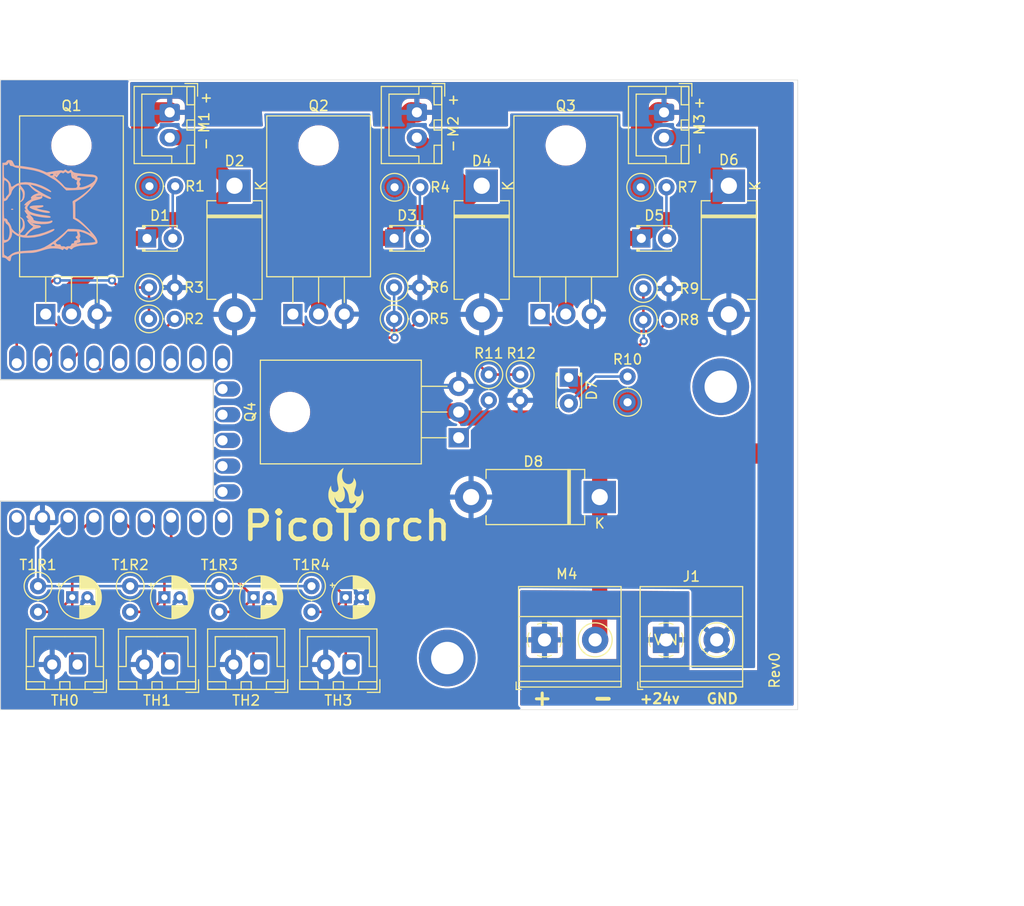
<source format=kicad_pcb>
(kicad_pcb (version 20221018) (generator pcbnew)
  (layers (0 "F.Cu" signal) (31 "B.Cu" signal) (34 "B.Paste" user) (35 "F.Paste" user) (36 "B.SilkS" user "B.Silkscreen") (37 "F.SilkS" user "F.Silkscreen") (38 "B.Mask" user) (39 "F.Mask" user) (44 "Edge.Cuts" user))
  (net 0 "")
  (net 1 "/Thermistor3")
  (net 2 "/Thermistor2")
  (net 3 "/Thermistor1")
  (net 4 "/Thermistor0")
  (net 5 "/Mosfet0")
  (net 6 "Net-(D1-A)")
  (net 7 "/Mosfet1")
  (net 8 "Net-(D3-A)")
  (net 9 "Net-(Q1-G)")
  (net 10 "Net-(Q2-G)")
  (net 11 "Net-(Q3-G)")
  (net 12 "/Vin")
  (net 13 "Net-(Q4-G)")
  (net 14 "/Mosfet2")
  (net 15 "/Mosfet3")
  (net 16 "/M0")
  (net 17 "/M2")
  (net 18 "GND")
  (net 19 "/M1")
  (net 20 "/M3")
  (net 33 "+3.3V")
  (net 34 "+5V")
  (net 35 "Net-(D5-A)")
  (net 36 "Net-(D7-A)")
  (footprint "LED_THT:LED_D1.8mm_W3.3mm_H2.4mm" (layer "F.Cu") (at 103.06 48.85)
    (fp_text reference "D5" (at 1.27 -2.26) (layer "F.SilkS"))
    (fp_text value "LED")
    (pad "1" thru_hole rect (at 0 0) (size 1.8 1.8) (drill 0.9) (layers "*.Cu" "*.Mask") (net 14 "/Mosfet2"))
    (pad "2" thru_hole circle (at 2.54 0) (size 1.8 1.8) (drill 0.9) (layers "*.Cu" "*.Mask") (net 35 "Net-(D5-A)"))
  )
  (footprint "Resistor_THT:R_Axial_DIN0207_L6.3mm_D2.5mm_P2.54mm_Vertical" (layer "F.Cu") (at 54.455 56.8)
    (fp_text reference "R2" (at 4.445 0) (layer "F.SilkS"))
    (fp_text value "100")
    (pad "1" thru_hole circle (at 0 0) (size 1.6 1.6) (drill 0.8) (layers "*.Cu" "*.Mask") (net 16 "/M0"))
    (pad "2" thru_hole oval (at 2.54 0) (size 1.6 1.6) (drill 0.8) (layers "*.Cu" "*.Mask") (net 9 "Net-(Q1-G)"))
  )
  (footprint "Connector_JST:JST_XH_B2B-XH-A_1x02_P2.50mm_Vertical" (layer "F.Cu") (at 65.3 90.94 180)
    (fp_text reference "TH2" (at 1.25 -3.55) (layer "F.SilkS"))
    (fp_text value "Thermistor_NTC_100k" hide)
    (pad "1" thru_hole roundrect (at 0 0 180) (size 1.7 2) (drill 1) (layers "*.Cu" "*.Mask") (roundrect_rratio 0.1470588235) (net 2 "/Thermistor2"))
    (pad "2" thru_hole oval (at 2.5 0 180) (size 1.7 2) (drill 1) (layers "*.Cu" "*.Mask") (net 18 "GND"))
  )
  (footprint "Connector_JST:JST_XH_B2B-XH-A_1x02_P2.50mm_Vertical" (layer "F.Cu") (at 47.4 90.94 180)
    (fp_text reference "TH0" (at 1.25 -3.55) (layer "F.SilkS"))
    (fp_text value "Thermistor_NTC_100k" hide)
    (pad "1" thru_hole roundrect (at 0 0 180) (size 1.7 2) (drill 1) (layers "*.Cu" "*.Mask") (roundrect_rratio 0.1470588235) (net 4 "/Thermistor0"))
    (pad "2" thru_hole oval (at 2.5 0 180) (size 1.7 2) (drill 1) (layers "*.Cu" "*.Mask") (net 18 "GND"))
  )
  (footprint "Connector_JST:JST_XH_B2B-XH-A_1x02_P2.50mm_Vertical" (layer "F.Cu") (at 105.3 36.4 -90)
    (fp_text reference "M3" (at 1.2 -3.5 90) (layer "F.SilkS"))
    (fp_text value "Fan")
    (pad "1" thru_hole roundrect (at 0 0 270) (size 1.7 2) (drill 1) (layers "*.Cu" "*.Mask") (roundrect_rratio 0.1470588235) (net 12 "/Vin"))
    (pad "2" thru_hole oval (at 2.5 0 270) (size 1.7 2) (drill 1) (layers "*.Cu" "*.Mask") (net 14 "/Mosfet2"))
  )
  (footprint "Package_TO_SOT_THT:TO-220-3_Horizontal_TabDown" (layer "F.Cu") (at 85.03 68.54 90)
    (fp_text reference "Q4" (at 2.54 -20.58 90) (layer "F.SilkS"))
    (fp_text value "IRLB8721")
    (pad "" np_thru_hole oval (at 2.54 -16.66 90) (size 3.5 3.5) (drill 3.5) (layers "*.Cu" "*.Mask"))
    (pad "1" thru_hole rect (at 0 0 90) (size 1.905 2) (drill 1.1) (layers "*.Cu" "*.Mask") (net 13 "Net-(Q4-G)"))
    (pad "2" thru_hole oval (at 2.54 0 90) (size 1.905 2) (drill 1.1) (layers "*.Cu" "*.Mask") (net 15 "/Mosfet3"))
    (pad "3" thru_hole oval (at 5.08 0 90) (size 1.905 2) (drill 1.1) (layers "*.Cu" "*.Mask") (net 18 "GND"))
  )
  (footprint "MountingHole:MountingHole_3.2mm_M3_DIN965_Pad" (layer "F.Cu") (at 110.9 63.5)
    (fp_text reference "H2" hide)
    (fp_text value "MountingHole")
    (pad "1" thru_hole circle (at 0 0) (size 5.6 5.6) (drill 3.2) (layers "*.Cu" "*.Mask"))
  )
  (footprint "Resistor_THT:R_Axial_DIN0207_L6.3mm_D2.5mm_P2.54mm_Vertical" (layer "F.Cu") (at 52.6 83.2 -90)
    (fp_text reference "T1R2" (at -2.1 0 -180) (layer "F.SilkS"))
    (fp_text value "4.7k")
    (pad "1" thru_hole circle (at 0 0 270) (size 1.6 1.6) (drill 0.8) (layers "*.Cu" "*.Mask") (net 33 "+3.3V"))
    (pad "2" thru_hole oval (at 2.54 0 270) (size 1.6 1.6) (drill 0.8) (layers "*.Cu" "*.Mask") (net 3 "/Thermistor1"))
  )
  (footprint "Resistor_THT:R_Axial_DIN0207_L6.3mm_D2.5mm_P2.54mm_Vertical" (layer "F.Cu") (at 103 43.8)
    (fp_text reference "R7" (at 4.6 0) (layer "F.SilkS"))
    (fp_text value "4.7K")
    (pad "1" thru_hole circle (at 0 0) (size 1.6 1.6) (drill 0.8) (layers "*.Cu" "*.Mask") (net 12 "/Vin"))
    (pad "2" thru_hole oval (at 2.54 0) (size 1.6 1.6) (drill 0.8) (layers "*.Cu" "*.Mask") (net 35 "Net-(D5-A)"))
  )
  (footprint "Resistor_THT:R_Axial_DIN0207_L6.3mm_D2.5mm_P2.54mm_Vertical" (layer "F.Cu") (at 61.4 83.2 -90)
    (fp_text reference "T1R3" (at -2.1 0 -180) (layer "F.SilkS"))
    (fp_text value "4.7k")
    (pad "1" thru_hole circle (at 0 0 270) (size 1.6 1.6) (drill 0.8) (layers "*.Cu" "*.Mask") (net 33 "+3.3V"))
    (pad "2" thru_hole oval (at 2.54 0 270) (size 1.6 1.6) (drill 0.8) (layers "*.Cu" "*.Mask") (net 2 "/Thermistor2"))
  )
  (footprint "TerminalBlock_Phoenix:TerminalBlock_Phoenix_MKDS-1,5-2_1x02_P5.00mm_Horizontal" (layer "F.Cu") (at 93.5 88.505)
    (fp_text reference "M4" hide)
    (fp_text value "Fan")
    (fp_text user "${REFERENCE}" (at 2.2 -6.505) (layer "F.SilkS"))
    (pad "1" thru_hole rect (at 0 0) (size 2.6 2.6) (drill 1.3) (layers "*.Cu" "*.Mask") (net 12 "/Vin"))
    (pad "2" thru_hole circle (at 5 0) (size 2.6 2.6) (drill 1.3) (layers "*.Cu" "*.Mask") (net 15 "/Mosfet3"))
  )
  (footprint "Connector_JST:JST_XH_B2B-XH-A_1x02_P2.50mm_Vertical" (layer "F.Cu") (at 56.5 36.4 -90)
    (fp_text reference "M1" (at 1 -3.4 90) (layer "F.SilkS"))
    (fp_text value "Fan")
    (pad "1" thru_hole roundrect (at 0 0 270) (size 1.7 2) (drill 1) (layers "*.Cu" "*.Mask") (roundrect_rratio 0.1470588235) (net 12 "/Vin"))
    (pad "2" thru_hole oval (at 2.5 0 270) (size 1.7 2) (drill 1) (layers "*.Cu" "*.Mask") (net 5 "/Mosfet0"))
  )
  (footprint "Package_TO_SOT_THT:TO-220-3_Horizontal_TabDown" (layer "F.Cu") (at 44.26 56.33)
    (fp_text reference "Q1" (at 2.54 -20.58) (layer "F.SilkS"))
    (fp_text value "IRLB8721")
    (pad "" np_thru_hole oval (at 2.54 -16.66) (size 3.5 3.5) (drill 3.5) (layers "*.Cu" "*.Mask"))
    (pad "1" thru_hole rect (at 0 0) (size 1.905 2) (drill 1.1) (layers "*.Cu" "*.Mask") (net 9 "Net-(Q1-G)"))
    (pad "2" thru_hole oval (at 2.54 0) (size 1.905 2) (drill 1.1) (layers "*.Cu" "*.Mask") (net 5 "/Mosfet0"))
    (pad "3" thru_hole oval (at 5.08 0) (size 1.905 2) (drill 1.1) (layers "*.Cu" "*.Mask") (net 18 "GND"))
  )
  (footprint "Resistor_THT:R_Axial_DIN0207_L6.3mm_D2.5mm_P2.54mm_Vertical" (layer "F.Cu") (at 103.255 56.9)
    (fp_text reference "R8" (at 4.545 0) (layer "F.SilkS"))
    (fp_text value "100")
    (pad "1" thru_hole circle (at 0 0) (size 1.6 1.6) (drill 0.8) (layers "*.Cu" "*.Mask") (net 17 "/M2"))
    (pad "2" thru_hole oval (at 2.54 0) (size 1.6 1.6) (drill 0.8) (layers "*.Cu" "*.Mask") (net 11 "Net-(Q3-G)"))
  )
  (footprint "Diode_THT:D_DO-201AD_P12.70mm_Horizontal" (layer "F.Cu") (at 111.7 43.65 -90)
    (fp_text reference "D6" (at -2.55 0 -180) (layer "F.SilkS"))
    (fp_text value "D_SF64G")
    (fp_text user "K" (at 0 -2.6 90) (layer "F.SilkS"))
    (pad "1" thru_hole rect (at 0 0 270) (size 3.2 3.2) (drill 1.6) (layers "*.Cu" "*.Mask") (net 14 "/Mosfet2"))
    (pad "2" thru_hole oval (at 12.7 0 270) (size 3.2 3.2) (drill 1.6) (layers "*.Cu" "*.Mask") (net 18 "GND"))
  )
  (footprint "Resistor_THT:R_Axial_DIN0207_L6.3mm_D2.5mm_P2.54mm_Vertical" (layer "F.Cu") (at 88 62.3 -90)
    (fp_text reference "R11" (at -2.1 0) (layer "F.SilkS"))
    (fp_text value "100")
    (pad "1" thru_hole circle (at 0 0 270) (size 1.6 1.6) (drill 0.8) (layers "*.Cu" "*.Mask") (net 20 "/M3"))
    (pad "2" thru_hole oval (at 2.54 0 270) (size 1.6 1.6) (drill 0.8) (layers "*.Cu" "*.Mask") (net 13 "Net-(Q4-G)"))
  )
  (footprint "Diode_THT:D_DO-201AD_P12.70mm_Horizontal" (layer "F.Cu") (at 87.3 43.65 -90)
    (fp_text reference "D4" (at -2.45 0 -180) (layer "F.SilkS"))
    (fp_text value "D_SF64G")
    (fp_text user "K" (at 0 -2.6 90) (layer "F.SilkS"))
    (pad "1" thru_hole rect (at 0 0 270) (size 3.2 3.2) (drill 1.6) (layers "*.Cu" "*.Mask") (net 7 "/Mosfet1"))
    (pad "2" thru_hole oval (at 12.7 0 270) (size 3.2 3.2) (drill 1.6) (layers "*.Cu" "*.Mask") (net 18 "GND"))
  )
  (footprint "LED_THT:LED_D1.8mm_W3.3mm_H2.4mm" (layer "F.Cu") (at 54.26 48.85)
    (fp_text reference "D1" (at 1.27 -2.26) (layer "F.SilkS"))
    (fp_text value "LED")
    (pad "1" thru_hole rect (at 0 0) (size 1.8 1.8) (drill 0.9) (layers "*.Cu" "*.Mask") (net 5 "/Mosfet0"))
    (pad "2" thru_hole circle (at 2.54 0) (size 1.8 1.8) (drill 0.9) (layers "*.Cu" "*.Mask") (net 6 "Net-(D1-A)"))
  )
  (footprint "MountingHole:MountingHole_3.2mm_M3_DIN965_Pad" (layer "F.Cu") (at 83.9 90.3)
    (fp_text reference "H1" hide)
    (fp_text value "MountingHole")
    (pad "1" thru_hole circle (at 0 0) (size 5.6 5.6) (drill 3.2) (layers "*.Cu" "*.Mask"))
  )
  (footprint "Capacitor_THT:CP_Radial_D4.0mm_P1.50mm" (layer "F.Cu") (at 73.877401 84.3)
    (fp_text reference "C4" hide)
    (fp_text value "4.7uF" hide)
    (pad "1" thru_hole rect (at 0 0) (size 1.2 1.2) (drill 0.6) (layers "*.Cu" "*.Mask") (net 1 "/Thermistor3"))
    (pad "2" thru_hole circle (at 1.5 0) (size 1.2 1.2) (drill 0.6) (layers "*.Cu" "*.Mask") (net 18 "GND"))
  )
  (footprint "LED_THT:LED_D1.8mm_W3.3mm_H2.4mm" (layer "F.Cu") (at 95.9 62.6 -90)
    (fp_text reference "D7" (at 1.27 -2.26 -90) (layer "F.SilkS"))
    (fp_text value "LED")
    (pad "1" thru_hole rect (at 0 0 270) (size 1.8 1.8) (drill 0.9) (layers "*.Cu" "*.Mask") (net 15 "/Mosfet3"))
    (pad "2" thru_hole circle (at 2.54 0 270) (size 1.8 1.8) (drill 0.9) (layers "*.Cu" "*.Mask") (net 36 "Net-(D7-A)"))
  )
  (footprint "Resistor_THT:R_Axial_DIN0207_L6.3mm_D2.5mm_P2.54mm_Vertical" (layer "F.Cu") (at 54.455 53.7)
    (fp_text reference "R3" (at 4.445 0) (layer "F.SilkS"))
    (fp_text value "10K")
    (pad "1" thru_hole circle (at 0 0) (size 1.6 1.6) (drill 0.8) (layers "*.Cu" "*.Mask") (net 16 "/M0"))
    (pad "2" thru_hole oval (at 2.54 0) (size 1.6 1.6) (drill 0.8) (layers "*.Cu" "*.Mask") (net 18 "GND"))
  )
  (footprint "Resistor_THT:R_Axial_DIN0207_L6.3mm_D2.5mm_P2.54mm_Vertical" (layer "F.Cu") (at 91.1 62.3 -90)
    (fp_text reference "R12" (at -2.1 -0.1) (layer "F.SilkS"))
    (fp_text value "10K")
    (pad "1" thru_hole circle (at 0 0 270) (size 1.6 1.6) (drill 0.8) (layers "*.Cu" "*.Mask") (net 20 "/M3"))
    (pad "2" thru_hole oval (at 2.54 0 270) (size 1.6 1.6) (drill 0.8) (layers "*.Cu" "*.Mask") (net 18 "GND"))
  )
  (footprint "Connector_JST:JST_XH_B2B-XH-A_1x02_P2.50mm_Vertical" (layer "F.Cu") (at 56.5 90.94 180)
    (fp_text reference "TH1" (at 1.25 -3.55) (layer "F.SilkS"))
    (fp_text value "Thermistor_NTC_100k" hide)
    (pad "1" thru_hole roundrect (at 0 0 180) (size 1.7 2) (drill 1) (layers "*.Cu" "*.Mask") (roundrect_rratio 0.1470588235) (net 3 "/Thermistor1"))
    (pad "2" thru_hole oval (at 2.5 0 180) (size 1.7 2) (drill 1) (layers "*.Cu" "*.Mask") (net 18 "GND"))
  )
  (footprint "Resistor_THT:R_Axial_DIN0207_L6.3mm_D2.5mm_P2.54mm_Vertical" (layer "F.Cu") (at 78.655 53.7)
    (fp_text reference "R6" (at 4.445 0) (layer "F.SilkS"))
    (fp_text value "10K")
    (pad "1" thru_hole circle (at 0 0) (size 1.6 1.6) (drill 0.8) (layers "*.Cu" "*.Mask") (net 19 "/M1"))
    (pad "2" thru_hole oval (at 2.54 0) (size 1.6 1.6) (drill 0.8) (layers "*.Cu" "*.Mask") (net 18 "GND"))
  )
  (footprint "Diode_THT:D_DO-201AD_P12.70mm_Horizontal" (layer "F.Cu") (at 98.95 74.4 180)
    (fp_text reference "D8" (at 6.55 3.5) (layer "F.SilkS"))
    (fp_text value "D_SF64G")
    (fp_text user "K" (at 0 -2.6) (layer "F.SilkS"))
    (pad "1" thru_hole rect (at 0 0 180) (size 3.2 3.2) (drill 1.6) (layers "*.Cu" "*.Mask") (net 15 "/Mosfet3"))
    (pad "2" thru_hole oval (at 12.7 0 180) (size 3.2 3.2) (drill 1.6) (layers "*.Cu" "*.Mask") (net 18 "GND"))
  )
  (footprint "Connector_JST:JST_XH_B2B-XH-A_1x02_P2.50mm_Vertical" (layer "F.Cu") (at 74.4 90.94 180)
    (fp_text reference "TH3" (at 1.25 -3.55) (layer "F.SilkS"))
    (fp_text value "Thermistor_NTC_100k" hide)
    (pad "1" thru_hole roundrect (at 0 0 180) (size 1.7 2) (drill 1) (layers "*.Cu" "*.Mask") (roundrect_rratio 0.1470588235) (net 1 "/Thermistor3"))
    (pad "2" thru_hole oval (at 2.5 0 180) (size 1.7 2) (drill 1) (layers "*.Cu" "*.Mask") (net 18 "GND"))
  )
  (footprint "Capacitor_THT:CP_Radial_D4.0mm_P1.50mm" (layer "F.Cu") (at 46.877401 84.3)
    (fp_text reference "C1" hide)
    (fp_text value "4.7uF" hide)
    (pad "1" thru_hole rect (at 0 0) (size 1.2 1.2) (drill 0.6) (layers "*.Cu" "*.Mask") (net 4 "/Thermistor0"))
    (pad "2" thru_hole circle (at 1.5 0) (size 1.2 1.2) (drill 0.6) (layers "*.Cu" "*.Mask") (net 18 "GND"))
  )
  (footprint "Resistor_THT:R_Axial_DIN0207_L6.3mm_D2.5mm_P2.54mm_Vertical" (layer "F.Cu") (at 70.5 83.2 -90)
    (fp_text reference "T1R4" (at -2.1 0 -180) (layer "F.SilkS"))
    (fp_text value "4.7k")
    (pad "1" thru_hole circle (at 0 0 270) (size 1.6 1.6) (drill 0.8) (layers "*.Cu" "*.Mask") (net 33 "+3.3V"))
    (pad "2" thru_hole oval (at 2.54 0 270) (size 1.6 1.6) (drill 0.8) (layers "*.Cu" "*.Mask") (net 1 "/Thermistor3"))
  )
  (footprint "LED_THT:LED_D1.8mm_W3.3mm_H2.4mm" (layer "F.Cu") (at 78.66 48.85)
    (fp_text reference "D3" (at 1.27 -2.26) (layer "F.SilkS"))
    (fp_text value "LED")
    (pad "1" thru_hole rect (at 0 0) (size 1.8 1.8) (drill 0.9) (layers "*.Cu" "*.Mask") (net 7 "/Mosfet1"))
    (pad "2" thru_hole circle (at 2.54 0) (size 1.8 1.8) (drill 0.9) (layers "*.Cu" "*.Mask") (net 8 "Net-(D3-A)"))
  )
  (footprint "Capacitor_THT:CP_Radial_D4.0mm_P1.50mm" (layer "F.Cu") (at 64.777401 84.3)
    (fp_text reference "C3" hide)
    (fp_text value "4.7uF" hide)
    (pad "1" thru_hole rect (at 0 0) (size 1.2 1.2) (drill 0.6) (layers "*.Cu" "*.Mask") (net 2 "/Thermistor2"))
    (pad "2" thru_hole circle (at 1.5 0) (size 1.2 1.2) (drill 0.6) (layers "*.Cu" "*.Mask") (net 18 "GND"))
  )
  (footprint "Resistor_THT:R_Axial_DIN0207_L6.3mm_D2.5mm_P2.54mm_Vertical" (layer "F.Cu") (at 54.5 43.7)
    (fp_text reference "R1" (at 4.5 0) (layer "F.SilkS"))
    (fp_text value "4.7K")
    (pad "1" thru_hole circle (at 0 0) (size 1.6 1.6) (drill 0.8) (layers "*.Cu" "*.Mask") (net 12 "/Vin"))
    (pad "2" thru_hole oval locked (at 2.54 0) (size 1.6 1.6) (drill 0.8) (layers "*.Cu" "*.Mask") (net 6 "Net-(D1-A)"))
  )
  (footprint "Connector_JST:JST_XH_B2B-XH-A_1x02_P2.50mm_Vertical" (layer "F.Cu") (at 80.9 36.4 -90)
    (fp_text reference "M2" (at 1.4 -3.6 90) (layer "F.SilkS"))
    (fp_text value "Fan")
    (pad "1" thru_hole roundrect (at 0 0 270) (size 1.7 2) (drill 1) (layers "*.Cu" "*.Mask") (roundrect_rratio 0.1470588235) (net 12 "/Vin"))
    (pad "2" thru_hole oval (at 2.5 0 270) (size 1.7 2) (drill 1) (layers "*.Cu" "*.Mask") (net 7 "/Mosfet1"))
  )
  (footprint "Resistor_THT:R_Axial_DIN0207_L6.3mm_D2.5mm_P2.54mm_Vertical" (layer "F.Cu") (at 103.26 53.8)
    (fp_text reference "R9" (at 4.54 0) (layer "F.SilkS"))
    (fp_text value "10K")
    (pad "1" thru_hole circle (at 0 0) (size 1.6 1.6) (drill 0.8) (layers "*.Cu" "*.Mask") (net 17 "/M2"))
    (pad "2" thru_hole oval (at 2.54 0) (size 1.6 1.6) (drill 0.8) (layers "*.Cu" "*.Mask") (net 18 "GND"))
  )
  (footprint "Capacitor_THT:CP_Radial_D4.0mm_P1.50mm" (layer "F.Cu") (at 55.977401 84.3)
    (fp_text reference "C2" hide)
    (fp_text value "4.7uF" hide)
    (pad "1" thru_hole rect (at 0 0) (size 1.2 1.2) (drill 0.6) (layers "*.Cu" "*.Mask") (net 3 "/Thermistor1"))
    (pad "2" thru_hole circle (at 1.5 0) (size 1.2 1.2) (drill 0.6) (layers "*.Cu" "*.Mask") (net 18 "GND"))
  )
  (footprint "TerminalBlock_Phoenix:TerminalBlock_Phoenix_MKDS-1,5-2_1x02_P5.00mm_Horizontal" (layer "F.Cu") (at 105.5 88.505)
    (fp_text reference "J1" (at 2.5 -6.26) (layer "F.SilkS"))
    (fp_text value "Screw_Terminal_01x02")
    (fp_text user "VIN" (at 0 0 unlocked) (layer "F.SilkS"))
    (pad "1" thru_hole rect (at 0 0) (size 2.6 2.6) (drill 1.3) (layers "*.Cu" "*.Mask") (net 12 "/Vin"))
    (pad "2" thru_hole circle (at 5 0) (size 2.6 2.6) (drill 1.3) (layers "*.Cu" "*.Mask") (net 18 "GND"))
  )
  (footprint "Package_TO_SOT_THT:TO-220-3_Horizontal_TabDown" (layer "F.Cu") (at 93.06 56.33)
    (fp_text reference "Q3" (at 2.54 -20.58) (layer "F.SilkS"))
    (fp_text value "IRLB8721")
    (pad "" np_thru_hole oval (at 2.54 -16.66) (size 3.5 3.5) (drill 3.5) (layers "F&B.Cu" "*.Mask"))
    (pad "1" thru_hole rect (at 0 0) (size 1.905 2) (drill 1.1) (layers "*.Cu" "*.Mask") (net 11 "Net-(Q3-G)"))
    (pad "2" thru_hole oval (at 2.54 0) (size 1.905 2) (drill 1.1) (layers "*.Cu" "*.Mask") (net 14 "/Mosfet2"))
    (pad "3" thru_hole oval (at 5.08 0) (size 1.905 2) (drill 1.1) (layers "*.Cu" "*.Mask") (net 18 "GND"))
  )
  (footprint "Diode_THT:D_DO-201AD_P12.70mm_Horizontal" (layer "F.Cu") (at 62.9 43.65 -90)
    (fp_text reference "D2" (at -2.45 0) (layer "F.SilkS"))
    (fp_text value "D_SF64G")
    (fp_text user "K" (at 0 -2.6 -90) (layer "F.SilkS"))
    (pad "1" thru_hole rect (at 0 0 270) (size 3.2 3.2) (drill 1.6) (layers "*.Cu" "*.Mask") (net 5 "/Mosfet0"))
    (pad "2" thru_hole oval (at 12.7 0 270) (size 3.2 3.2) (drill 1.6) (layers "*.Cu" "*.Mask") (net 18 "GND"))
  )
  (footprint "Resistor_THT:R_Axial_DIN0207_L6.3mm_D2.5mm_P2.54mm_Vertical" (layer "F.Cu") (at 101.7 65.04 90)
    (fp_text reference "R10" (at 4.24 0 180) (layer "F.SilkS"))
    (fp_text value "4.7K")
    (pad "1" thru_hole circle (at 0 0 90) (size 1.6 1.6) (drill 0.8) (layers "*.Cu" "*.Mask") (net 12 "/Vin"))
    (pad "2" thru_hole oval (at 2.54 0 90) (size 1.6 1.6) (drill 0.8) (layers "*.Cu" "*.Mask") (net 36 "Net-(D7-A)"))
  )
  (footprint "Resistor_THT:R_Axial_DIN0207_L6.3mm_D2.5mm_P2.54mm_Vertical" (layer "F.Cu") (at 78.7 43.8)
    (fp_text reference "R4" (at 4.5 0) (layer "F.SilkS"))
    (fp_text value "4.7K")
    (pad "1" thru_hole circle (at 0 0) (size 1.6 1.6) (drill 0.8) (layers "*.Cu" "*.Mask") (net 12 "/Vin"))
    (pad "2" thru_hole oval (at 2.54 0) (size 1.6 1.6) (drill 0.8) (layers "*.Cu" "*.Mask") (net 8 "Net-(D3-A)"))
  )
  (footprint "Resistor_THT:R_Axial_DIN0207_L6.3mm_D2.5mm_P2.54mm_Vertical" (layer "F.Cu") (at 43.5 83.2 -90)
    (fp_text reference "T1R1" (at -2.1 0 -180) (layer "F.SilkS"))
    (fp_text value "4.7k")
    (pad "1" thru_hole circle (at 0 0 270) (size 1.6 1.6) (drill 0.8) (layers "*.Cu" "*.Mask") (net 33 "+3.3V"))
    (pad "2" thru_hole oval (at 2.54 0 270) (size 1.6 1.6) (drill 0.8) (layers "*.Cu" "*.Mask") (net 4 "/Thermistor0"))
  )
  (footprint "Package_TO_SOT_THT:TO-220-3_Horizontal_TabDown" (layer "F.Cu") (at 68.66 56.33)
    (fp_text reference "Q2" (at 2.54 -20.58) (layer "F.SilkS"))
    (fp_text value "IRLB8721")
    (pad "" np_thru_hole oval (at 2.54 -16.66) (size 3.5 3.5) (drill 3.5) (layers "F&B.Cu" "*.Mask"))
    (pad "1" thru_hole rect (at 0 0) (size 1.905 2) (drill 1.1) (layers "*.Cu" "*.Mask") (net 10 "Net-(Q2-G)"))
    (pad "2" thru_hole oval (at 2.54 0) (size 1.905 2) (drill 1.1) (layers "*.Cu" "*.Mask") (net 7 "/Mosfet1"))
    (pad "3" thru_hole oval (at 5.08 0) (size 1.905 2) (drill 1.1) (layers "*.Cu" "*.Mask") (net 18 "GND"))
  )
  (footprint "mcu:rp2040-zero-tht" (layer "F.Cu") (at 51.556 68.804 90)
    (fp_text reference "ZERO1" hide)
    (fp_text value "RP2040Zero" hide)
    (fp_line (start -6 -11.75) (end -6 9.25) (stroke (width 0.12)) (layer "Edge.Cuts"))
    (fp_line (start -6 9.25) (end 6 9.25) (stroke (width 0.12)) (layer "Edge.Cuts"))
    (fp_line (start 6 9.25) (end 6 -11.75) (stroke (width 0.12)) (layer "Edge.Cuts"))
    (pad "1" thru_hole oval (at 7.62 -10.16 270) (size 2.5 1.5) (drill 1 (offset -0.5 0)) (layers "*.Cu" "*.Mask") (net 16 "/M0"))
    (pad "2" thru_hole oval (at 7.62 -7.62 270) (size 2.5 1.5) (drill 1 (offset -0.5 0)) (layers "*.Cu" "*.Mask") (net 19 "/M1"))
    (pad "3" thru_hole oval (at 7.62 -5.08 270) (size 2.5 1.5) (drill 1 (offset -0.5 0)) (layers "*.Cu" "*.Mask") (net 17 "/M2"))
    (pad "4" thru_hole oval (at 7.62 -2.54 270) (size 2.5 1.5) (drill 1 (offset -0.5 0)) (layers "*.Cu" "*.Mask") (net 20 "/M3"))
    (pad "5" thru_hole oval (at 7.62 0 270) (size 2.5 1.5) (drill 1 (offset -0.5 0)) (layers "*.Cu" "*.Mask"))
    (pad "6" thru_hole oval (at 7.62 2.54 270) (size 2.5 1.5) (drill 1 (offset -0.5 0)) (layers "*.Cu" "*.Mask"))
    (pad "7" thru_hole oval (at 7.62 5.08 270) (size 2.5 1.5) (drill 1 (offset -0.5 0)) (layers "*.Cu" "*.Mask"))
    (pad "8" thru_hole oval (at 7.62 7.62 270) (size 2.5 1.5) (drill 1 (offset -0.5 0)) (layers "*.Cu" "*.Mask"))
    (pad "9" thru_hole oval (at 7.62 10.16 270) (size 2.5 1.5) (drill 1 (offset -0.5 0)) (layers "*.Cu" "*.Mask"))
    (pad "10" thru_hole oval (at 5.08 10.16 180) (size 2.5 1.5) (drill 1 (offset -0.5 0)) (layers "*.Cu" "*.Mask"))
    (pad "11" thru_hole oval (at 2.54 10.16 180) (size 2.5 1.5) (drill 1 (offset -0.5 0)) (layers "*.Cu" "*.Mask"))
    (pad "12" thru_hole oval (at 0 10.16 180) (size 2.5 1.5) (drill 1 (offset -0.5 0)) (layers "*.Cu" "*.Mask"))
    (pad "13" thru_hole oval (at -2.54 10.16 180) (size 2.5 1.5) (drill 1 (offset -0.5 0)) (layers "*.Cu" "*.Mask"))
    (pad "14" thru_hole oval (at -5.08 10.16 180) (size 2.5 1.5) (drill 1 (offset -0.5 0)) (layers "*.Cu" "*.Mask"))
    (pad "15" thru_hole oval (at -7.62 10.16 90) (size 2.5 1.5) (drill 1 (offset -0.5 0)) (layers "*.Cu" "*.Mask"))
    (pad "16" thru_hole oval (at -7.62 7.62 90) (size 2.5 1.5) (drill 1 (offset -0.5 0)) (layers "*.Cu" "*.Mask"))
    (pad "17" thru_hole oval (at -7.62 5.08 90) (size 2.5 1.5) (drill 1 (offset -0.5 0)) (layers "*.Cu" "*.Mask") (net 1 "/Thermistor3"))
    (pad "18" thru_hole oval (at -7.62 2.54 90) (size 2.5 1.5) (drill 1 (offset -0.5 0)) (layers "*.Cu" "*.Mask") (net 2 "/Thermistor2"))
    (pad "19" thru_hole oval (at -7.62 0 90) (size 2.5 1.5) (drill 1 (offset -0.5 0)) (layers "*.Cu" "*.Mask") (net 3 "/Thermistor1"))
    (pad "20" thru_hole oval (at -7.62 -2.54 90) (size 2.5 1.5) (drill 1 (offset -0.5 0)) (layers "*.Cu" "*.Mask") (net 4 "/Thermistor0"))
    (pad "21" thru_hole oval (at -7.62 -5.08 90) (size 2.5 1.5) (drill 1 (offset -0.5 0)) (layers "*.Cu" "*.Mask") (net 33 "+3.3V"))
    (pad "22" thru_hole oval (at -7.62 -7.62 90) (size 2.5 1.5) (drill 1 (offset -0.5 0)) (layers "*.Cu" "*.Mask") (net 18 "GND"))
    (pad "23" thru_hole oval (at -7.62 -10.16 90) (size 2.5 1.5) (drill 1 (offset -0.5 0)) (layers "*.Cu" "*.Mask") (net 34 "+5V"))
  )
  (footprint "LOGO" (layer "F.Cu") (at 73.9 73.6)
    (fp_text reference "G***" hide)
    (fp_text value "LOGO" hide)
  )
  (footprint "Resistor_THT:R_Axial_DIN0207_L6.3mm_D2.5mm_P2.54mm_Vertical" (layer "F.Cu") (at 78.655 56.8)
    (fp_text reference "R5" (at 4.445 0) (layer "F.SilkS"))
    (fp_text value "100")
    (pad "1" thru_hole circle (at 0 0) (size 1.6 1.6) (drill 0.8) (layers "*.Cu" "*.Mask") (net 19 "/M1"))
    (pad "2" thru_hole oval (at 2.54 0) (size 1.6 1.6) (drill 0.8) (layers "*.Cu" "*.Mask") (net 10 "Net-(Q2-G)"))
  )
  (footprint "LOGO" (layer "B.Cu") (at 44.7 46.1 90)
    (fp_text reference "G***" hide)
    (fp_text value "LOGO" hide)
  )
  (gr_line (start 39.8 95.4) (end 39.8 77.8) (stroke (width 0.05)) (layer "Edge.Cuts"))
  (gr_line (start 39.8 77.8) (end 39.806 74.804) (stroke (width 0.05)) (layer "Edge.Cuts"))
  (gr_line (start 39.806 62.804) (end 39.8 33.2) (stroke (width 0.05)) (layer "Edge.Cuts"))
  (gr_line (start 118.5 33.2) (end 39.8 33.2) (stroke (width 0.05)) (layer "Edge.Cuts"))
  (gr_line (start 118.5 95.4) (end 39.8 95.4) (stroke (width 0.05)) (layer "Edge.Cuts"))
  (gr_line (start 118.5 33.2) (end 118.5 95.4) (stroke (width 0.05)) (layer "Edge.Cuts"))
  (gr_text "+" (at 83.8 35.7) (layer "F.SilkS") (effects (font (size 1 1)) (justify left bottom)))
  (gr_text "PicoTorch" (at 63.5 78.9) (layer "F.SilkS") (effects (font (size 2.8 2.8) (thickness 0.45)) (justify left bottom)))
  (gr_text "-" (at 108.3 39.3 270) (layer "F.SilkS") (effects (font (size 1 1)) (justify left bottom)))
  (gr_text "Rev0" (at 116.8 93.4 90) (layer "F.SilkS") (effects (font (size 1 1)) (justify left bottom)))
  (gr_text "+24v" (at 102.8 94.9) (layer "F.SilkS") (effects (font (size 1 1) (thickness 0.2) bold) (justify left bottom)))
  (gr_text "GND" (at 109.4 94.9) (layer "F.SilkS") (effects (font (size 1 1) (thickness 0.2) bold) (justify left bottom)))
  (gr_text "+" (at 108.1 36) (layer "F.SilkS") (effects (font (size 1 1)) (justify left bottom)))
  (gr_text "+" (at 59.4 35.5) (layer "F.SilkS") (effects (font (size 1 1)) (justify left bottom)))
  (gr_text "-" (at 98.1 95.1) (layer "F.SilkS") (effects (font (size 1.5 1.5) (thickness 0.375) bold) (justify left bottom)))
  (gr_text "-" (at 59.6 38.8 270) (layer "F.SilkS") (effects (font (size 1 1)) (justify left bottom)))
  (gr_text "-" (at 84 39 270) (layer "F.SilkS") (effects (font (size 1 1)) (justify left bottom)))
  (gr_text "+" (at 94.4 95.1) (layer "F.SilkS") (effects (font (size 1.5 1.5) (thickness 0.3) bold) (justify left bottom mirror)))
  (segment (start 56.636 78.336) (end 56.636 76.424) (width 0.25) (layer "F.Cu") (net 1))
  (segment (start 73.877401 84.3) (end 70.877401 81.3) (width 0.25) (layer "F.Cu") (net 1))
  (segment (start 73.877401 84.3) (end 73.877401 90.417401) (width 0.25) (layer "F.Cu") (net 1))
  (segment (start 59.6 81.3) (end 56.636 78.336) (width 0.25) (layer "F.Cu") (net 1))
  (segment (start 73.877401 90.417401) (end 74.4 90.94) (width 0.25) (layer "F.Cu") (net 1))
  (segment (start 70.877401 81.3) (end 59.6 81.3) (width 0.25) (layer "F.Cu") (net 1))
  (segment (start 70.5 85.74) (end 72.437401 85.74) (width 0.25) (layer "F.Cu") (net 1))
  (segment (start 72.437401 85.74) (end 73.877401 84.3) (width 0.25) (layer "F.Cu") (net 1))
  (segment (start 62.227401 81.75) (end 59.413604 81.75) (width 0.25) (layer "F.Cu") (net 2))
  (segment (start 63.337401 85.74) (end 64.777401 84.3) (width 0.25) (layer "F.Cu") (net 2))
  (segment (start 64.777401 90.417401) (end 64.777401 84.3) (width 0.25) (layer "F.Cu") (net 2))
  (segment (start 64.777401 84.3) (end 62.227401 81.75) (width 0.25) (layer "F.Cu") (net 2))
  (segment (start 54.096 76.432396) (end 54.096 76.424) (width 0.25) (layer "F.Cu") (net 2))
  (segment (start 61.4 85.74) (end 63.337401 85.74) (width 0.25) (layer "F.Cu") (net 2))
  (segment (start 65.3 90.94) (end 64.777401 90.417401) (width 0.25) (layer "F.Cu") (net 2))
  (segment (start 59.413604 81.75) (end 54.096 76.432396) (width 0.25) (layer "F.Cu") (net 2))
  (segment (start 56.5 90.94) (end 55.977401 90.417401) (width 0.25) (layer "F.Cu") (net 3))
  (segment (start 55.977401 84.3) (end 55.977401 80.845401) (width 0.25) (layer "F.Cu") (net 3))
  (segment (start 52.6 85.74) (end 54.537401 85.74) (width 0.25) (layer "F.Cu") (net 3))
  (segment (start 54.537401 85.74) (end 55.977401 84.3) (width 0.25) (layer "F.Cu") (net 3))
  (segment (start 55.977401 80.845401) (end 51.556 76.424) (width 0.25) (layer "F.Cu") (net 3))
  (segment (start 55.977401 90.417401) (end 55.977401 84.3) (width 0.25) (layer "F.Cu") (net 3))
  (segment (start 43.5 85.74) (end 45.437401 85.74) (width 0.25) (layer "F.Cu") (net 4))
  (segment (start 46.877401 78.562599) (end 49.016 76.424) (width 0.25) (layer "F.Cu") (net 4))
  (segment (start 45.437401 85.74) (end 46.877401 84.3) (width 0.25) (layer "F.Cu") (net 4))
  (segment (start 46.877401 90.417401) (end 47.4 90.94) (width 0.25) (layer "F.Cu") (net 4))
  (segment (start 46.877401 84.3) (end 46.877401 78.562599) (width 0.25) (layer "F.Cu") (net 4))
  (segment (start 46.877401 84.3) (end 46.877401 90.417401) (width 0.25) (layer "F.Cu") (net 4))
  (segment (start 46.8 53.91) (end 46.8 56.33) (width 1.5) (layer "F.Cu") (net 5))
  (segment (start 51.86 48.85) (end 46.8 53.91) (width 1.5) (layer "F.Cu") (net 5))
  (segment (start 54.26 48.773704) (end 54.26 48.85) (width 1.5) (layer "F.Cu") (net 5))
  (segment (start 62.9 43.65) (end 59.55 47) (width 1.5) (layer "F.Cu") (net 5))
  (segment (start 56.5 38.9) (end 58.15 38.9) (width 1.5) (layer "F.Cu") (net 5))
  (segment (start 59.55 47) (end 56.033704 47) (width 1.5) (layer "F.Cu") (net 5))
  (segment (start 54.26 48.85) (end 51.86 48.85) (width 1.5) (layer "F.Cu") (net 5))
  (segment (start 56.033704 47) (end 54.26 48.773704) (width 1.5) (layer "F.Cu") (net 5))
  (segment (start 58.15 38.9) (end 62.9 43.65) (width 1.5) (layer "F.Cu") (net 5))
  (segment (start 56.8 43.94) (end 57.04 43.7) (width 0.25) (layer "B.Cu") (net 6))
  (segment (start 56.8 48.85) (end 56.8 43.94) (width 0.25) (layer "B.Cu") (net 6))
  (segment (start 80.500001 46.299999) (end 78.66 48.14) (width 1.5) (layer "F.Cu") (net 7))
  (segment (start 76.26 48.85) (end 71.2 53.91) (width 1.5) (layer "F.Cu") (net 7))
  (segment (start 87.3 43.65) (end 84.650001 46.299999) (width 1.5) (layer "F.Cu") (net 7))
  (segment (start 78.66 48.14) (end 78.66 48.85) (width 1.5) (layer "F.Cu") (net 7))
  (segment (start 85.65 43.65) (end 80.9 38.9) (width 1.5) (layer "F.Cu") (net 7))
  (segment (start 84.650001 46.299999) (end 80.500001 46.299999) (width 1.5) (layer "F.Cu") (net 7))
  (segment (start 78.66 48.85) (end 76.26 48.85) (width 1.5) (layer "F.Cu") (net 7))
  (segment (start 71.2 53.91) (end 71.2 56.33) (width 1.5) (layer "F.Cu") (net 7))
  (segment (start 87.3 43.65) (end 85.65 43.65) (width 1.5) (layer "F.Cu") (net 7))
  (segment (start 81.2 43.84) (end 81.24 43.8) (width 0.25) (layer "B.Cu") (net 8))
  (segment (start 81.2 48.85) (end 81.2 43.84) (width 0.25) (layer "B.Cu") (net 8))
  (segment (start 45.855 57.925) (end 44.26 56.33) (width 0.25) (layer "F.Cu") (net 9))
  (segment (start 56.995 56.8) (end 55.87 57.925) (width 0.25) (layer "F.Cu") (net 9))
  (segment (start 55.87 57.925) (end 45.855 57.925) (width 0.25) (layer "F.Cu") (net 9))
  (segment (start 70.255 57.925) (end 80.07 57.925) (width 0.25) (layer "F.Cu") (net 10))
  (segment (start 68.66 56.33) (end 70.255 57.925) (width 0.25) (layer "F.Cu") (net 10))
  (segment (start 80.07 57.925) (end 81.195 56.8) (width 0.25) (layer "F.Cu") (net 10))
  (segment (start 93.06 56.33) (end 94.755 58.025) (width 0.25) (layer "F.Cu") (net 11))
  (segment (start 94.755 58.025) (end 104.67 58.025) (width 0.25) (layer "F.Cu") (net 11))
  (segment (start 104.67 58.025) (end 105.795 56.9) (width 0.25) (layer "F.Cu") (net 11))
  (segment (start 106.76 70.1) (end 115.7 70.1) (width 2) (layer "F.Cu") (net 12))
  (segment (start 101.7 65.04) (end 106.76 70.1) (width 2) (layer "F.Cu") (net 12))
  (segment (start 104.750862 36.4) (end 105.3 36.4) (width 2) (layer "F.Cu") (net 12))
  (segment (start 78.7 43.8) (end 78.7 38.050862) (width 2) (layer "F.Cu") (net 12))
  (segment (start 80.350862 36.4) (end 80.9 36.4) (width 2) (layer "F.Cu") (net 12))
  (segment (start 55.1 36.4) (end 56.5 36.4) (width 2) (layer "F.Cu") (net 12))
  (segment (start 78.7 38.050862) (end 80.350862 36.4) (width 2) (layer "F.Cu") (net 12))
  (segment (start 54.5 43.7) (end 53.700001 42.900001) (width 2) (layer "F.Cu") (net 12))
  (segment (start 103 38.150862) (end 104.750862 36.4) (width 2) (layer "F.Cu") (net 12))
  (segment (start 53.700001 37.799999) (end 55.1 36.4) (width 2) (layer "F.Cu") (net 12))
  (segment (start 53.700001 42.900001) (end 53.700001 37.799999) (width 2) (layer "F.Cu") (net 12))
  (segment (start 103 43.8) (end 103 38.150862) (width 2) (layer "F.Cu") (net 12))
  (segment (start 88 65.57) (end 85.03 68.54) (width 0.25) (layer "B.Cu") (net 13))
  (segment (start 88 64.84) (end 88 65.57) (width 0.25) (layer "B.Cu") (net 13))
  (segment (start 100.58 48.85) (end 103.06 48.85) (width 1.5) (layer "F.Cu") (net 14))
  (segment (start 103.06 48.773704) (end 103.06 48.85) (width 1.5) (layer "F.Cu") (net 14))
  (segment (start 108.35 47) (end 104.833704 47) (width 1.5) (layer "F.Cu") (net 14))
  (segment (start 104.833704 47) (end 103.06 48.773704) (width 1.5) (layer "F.Cu") (net 14))
  (segment (start 106.95 38.9) (end 111.7 43.65) (width 1.5) (layer "F.Cu") (net 14))
  (segment (start 95.6 53.83) (end 100.58 48.85) (width 1.5) (layer "F.Cu") (net 14))
  (segment (start 95.6 56.33) (end 95.6 53.83) (width 1.5) (layer "F.Cu") (net 14))
  (segment (start 105.3 38.9) (end 106.95 38.9) (width 1.5) (layer "F.Cu") (net 14))
  (segment (start 111.7 43.65) (end 108.35 47) (width 1.5) (layer "F.Cu") (net 14))
  (segment (start 97 69.1) (end 98.95 69.1) (width 1.5) (layer "F.Cu") (net 15))
  (segment (start 80.3 65.9) (end 84.9 65.9) (width 1.5) (layer "F.Cu") (net 15))
  (segment (start 95.9 62.6) (end 95.976296 62.6) (width 1.5) (layer "F.Cu") (net 15))
  (segment (start 98.95 69.1) (end 98.95 74.4) (width 1.5) (layer "F.Cu") (net 15))
  (segment (start 94.49 66.59) (end 97 69.1) (width 1.5) (layer "F.Cu") (net 15))
  (segment (start 84.9 65.9) (end 85 66) (width 1.5) (layer "F.Cu") (net 15))
  (segment (start 98.95 65.573704) (end 98.95 69.1) (width 1.5) (layer "F.Cu") (net 15))
  (segment (start 98.95 74.4) (end 98.95 88.05) (width 1.5) (layer "F.Cu") (net 15))
  (segment (start 95.976296 62.6) (end 98.95 65.573704) (width 1.5) (layer "F.Cu") (net 15))
  (segment (start 85.62 66.59) (end 94.49 66.59) (width 1.5) (layer "F.Cu") (net 15))
  (segment (start 98.95 88.05) (end 98.5 88.5) (width 1.5) (layer "F.Cu") (net 15))
  (segment (start 85.03 66) (end 85.62 66.59) (width 1.5) (layer "F.Cu") (net 15))
  (segment (start 54.455 53.7) (end 54.455 56.8) (width 0.25) (layer "F.Cu") (net 16))
  (segment (start 41.396 61.184) (end 41.396 56.5915) (width 0.25) (layer "F.Cu") (net 16))
  (segment (start 41.396 56.5915) (end 44.9875 53) (width 0.25) (layer "F.Cu") (net 16))
  (segment (start 51.5 53.7) (end 54.455 53.7) (width 0.25) (layer "F.Cu") (net 16))
  (segment (start 44.9875 53) (end 45.4 53) (width 0.25) (layer "F.Cu") (net 16))
  (segment (start 50.8 53) (end 51.5 53.7) (width 0.25) (layer "F.Cu") (net 16))
  (via (at 50.8 53) (size 0.8) (drill 0.4) (layers "F.Cu" "B.Cu") (net 16))
  (via (at 45.4 53) (size 0.8) (drill 0.4) (layers "F.Cu" "B.Cu") (net 16))
  (segment (start 45.4 53) (end 50.8 53) (width 0.25) (layer "B.Cu") (net 16))
  (segment (start 103.26 53.8) (end 103.26 56.895) (width 0.25) (layer "F.Cu") (net 17))
  (segment (start 46.476 61.184) (end 48.551 59.109) (width 0.25) (layer "F.Cu") (net 17))
  (segment (start 48.551 59.109) (end 78.128155 59.109) (width 0.25) (layer "F.Cu") (net 17))
  (segment (start 103.26 56.895) (end 103.255 56.9) (width 0.25) (layer "F.Cu") (net 17))
  (segment (start 78.394155 59.375) (end 102.925 59.375) (width 0.25) (layer "F.Cu") (net 17))
  (segment (start 102.925 59.375) (end 103.3 59) (width 0.25) (layer "F.Cu") (net 17))
  (segment (start 78.128155 59.109) (end 78.394155 59.375) (width 0.25) (layer "F.Cu") (net 17))
  (via (at 103.3 59) (size 0.8) (drill 0.4) (layers "F.Cu" "B.Cu") (net 17))
  (segment (start 103.3 56.945) (end 103.255 56.9) (width 0.25) (layer "B.Cu") (net 17))
  (segment (start 103.3 59) (end 103.3 56.945) (width 0.25) (layer "B.Cu") (net 17))
  (segment (start 43.936 61.184) (end 46.47 58.65) (width 0.25) (layer "F.Cu") (net 19))
  (segment (start 46.47 58.65) (end 78.701641 58.65) (width 0.25) (layer "F.Cu") (net 19))
  (via (at 78.701641 58.65) (size 0.8) (drill 0.4) (layers "F.Cu" "B.Cu") (net 19))
  (segment (start 78.655 53.7) (end 78.655 56.8) (width 0.25) (layer "B.Cu") (net 19))
  (segment (start 78.655 56.8) (end 78.655 58.603359) (width 0.25) (layer "B.Cu") (net 19))
  (segment (start 78.655 58.603359) (end 78.701641 58.65) (width 0.25) (layer "B.Cu") (net 19))
  (segment (start 86.15 60.45) (end 88 62.3) (width 0.25) (layer "F.Cu") (net 20))
  (segment (start 49.016 61.184) (end 50.091 62.259) (width 0.25) (layer "F.Cu") (net 20))
  (segment (start 63.141 62.259) (end 64.95 60.45) (width 0.25) (layer "F.Cu") (net 20))
  (segment (start 50.091 62.259) (end 63.141 62.259) (width 0.25) (layer "F.Cu") (net 20))
  (segment (start 64.95 60.45) (end 86.15 60.45) (width 0.25) (layer "F.Cu") (net 20))
  (segment (start 88 62.3) (end 91.1 62.3) (width 0.25) (layer "F.Cu") (net 20))
  (segment (start 43.5 79.4) (end 43.5 83.2) (width 0.25) (layer "B.Cu") (net 33))
  (segment (start 70.5 83.2) (end 43.5 83.2) (width 0.25) (layer "B.Cu") (net 33))
  (segment (start 46.476 76.424) (end 43.5 79.4) (width 0.25) (layer "B.Cu") (net 33))
  (segment (start 105.54 43.8) (end 105.54 48.79) (width 0.25) (layer "B.Cu") (net 35))
  (segment (start 105.54 48.79) (end 105.6 48.85) (width 0.25) (layer "B.Cu") (net 35))
  (segment (start 98.54 62.5) (end 95.9 65.14) (width 0.25) (layer "B.Cu") (net 36))
  (segment (start 101.7 62.5) (end 98.54 62.5) (width 0.25) (layer "B.Cu") (net 36))
  (zone (net 5) (net_name "/Mosfet0") (layer "F.Cu") (priority 1) (connect_pads (clearance 0)) (min_thickness 0.25) (fill yes (thermal_gap 0.5) (thermal_bridge_width 0.5))
    (polygon (pts (xy 41.6 36.7) (xy 52 36.7) (xy 52 52.3) (xy 41.6 52.3)))
  )
  (zone (net 7) (net_name "/Mosfet1") (layer "F.Cu") (priority 1) (connect_pads (clearance 0)) (min_thickness 0.25) (fill yes (thermal_gap 0.5) (thermal_bridge_width 0.5))
    (polygon (pts (xy 66 36.7) (xy 76.4 36.7) (xy 76.4 52.3) (xy 66 52.3)))
  )
  (zone (net 15) (net_name "/Mosfet3") (layer "F.Cu") (priority 1) (connect_pads (clearance 0)) (min_thickness 0.25) (fill yes (thermal_gap 0.5) (thermal_bridge_width 0.5))
    (polygon (pts (xy 65.4 71.2) (xy 65.4 60.8) (xy 81 60.8) (xy 81 71.2)))
  )
  (zone (net 14) (net_name "/Mosfet2") (layer "F.Cu") (priority 1) (connect_pads (clearance 0)) (min_thickness 0.25) (fill yes (thermal_gap 0.5) (thermal_bridge_width 0.5))
    (polygon (pts (xy 90.3 36.7) (xy 100.7 36.7) (xy 100.7 52.3) (xy 90.3 52.3)))
  )
  (zone (net 12) (net_name "/Vin") (layers "F&B.Cu") (priority 3) (connect_pads (clearance 0)) (min_thickness 0.25) (fill yes (thermal_gap 0.5) (thermal_bridge_width 0.5))
    (polygon (pts (xy 91.1 83.6) (xy 107.8 83.7) (xy 107.8 91.5) (xy 114.5 91.5) (xy 114.6 37.8) (xy 101.2 37.8) (xy 101.2 36.3) (xy 89.9 36.3) (xy 89.9 37.8) (xy 76.6 37.8) (xy 76.5 36.3) (xy 65.6 36.3) (xy 65.7 37.8) (xy 52.6 37.8) (xy 52.6 33.4) (xy 118.1 33.4) (xy 118.1 95) (xy 91.1 95)))
  )
  (zone (net 0) (net_name "") (layers "F&B.Cu") (connect_pads (clearance 0)) (min_thickness 0.25)
    (keepout (tracks allowed) (vias allowed) (pads allowed) (copperpour not_allowed) (footprints allowed))
    (fill (thermal_gap 0.5) (thermal_bridge_width 0.5))
    (polygon (pts (xy 96.6 86.5) (xy 100.6 86.5) (xy 100.6 90.4) (xy 96.6 90.4)))
  )
  (zone (net 18) (net_name "GND") (layer "B.Cu") (connect_pads (clearance 0)) (min_thickness 0.25) (fill yes (thermal_gap 0.5) (thermal_bridge_width 0.5))
    (polygon (pts (xy 39.8 33.2) (xy 118.5 33.2) (xy 118.5 95.4) (xy 39.8 95.4)))
  )
  (zone (net 12) (net_name "/Vin") (layer "B.Cu") (priority 2) (connect_pads (clearance 0)) (min_thickness 0.25) (fill yes (thermal_gap 0.5) (thermal_bridge_width 0.5))
    (polygon (pts (xy 91.1 83.6) (xy 107.8 83.7) (xy 107.8 94.5) (xy 91.1 94.5)))
  )
)
</source>
